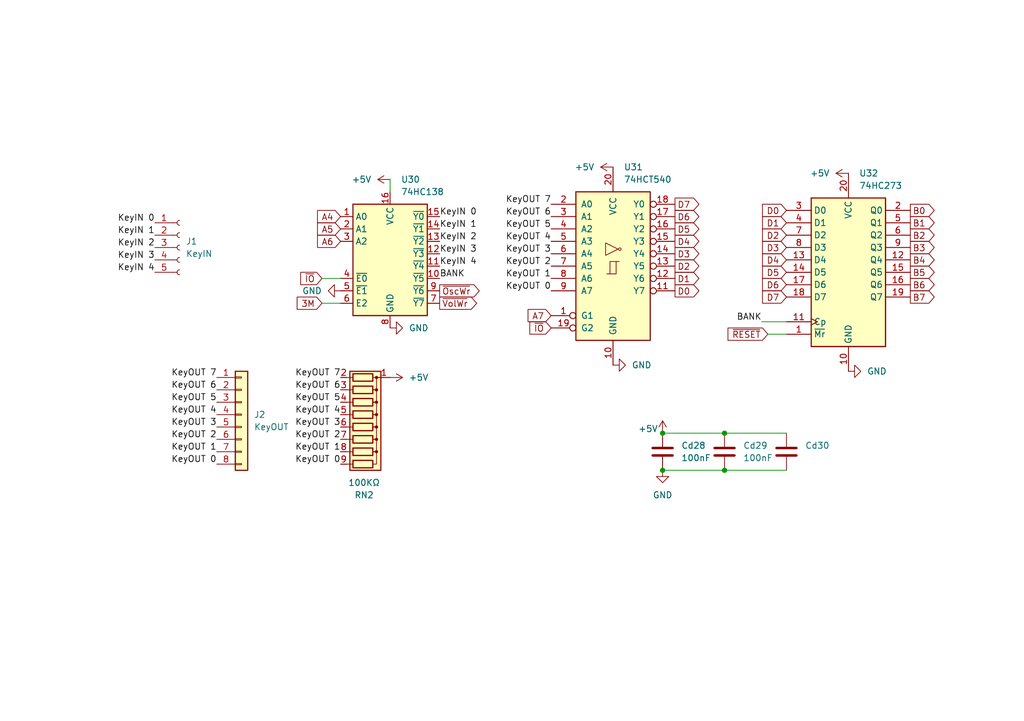
<source format=kicad_sch>
(kicad_sch (version 20230121) (generator eeschema)
  (paper "A5")
  (title_block (title "I/O"))
  (lib_symbols
    (symbol "74xx:74AHC273"
      (property "Reference" "U" (at -7.62 16.51 0))
      (property "Value" "74AHC273" (at -7.62 -16.51 0))
      (symbol "74AHC273_1_0"
        (pin input line (at -12.7 -12.7 0) (length 5.08) (name "~{Mr}") (number "1"))
        (pin power_in line (at 0 -20.32 90) (length 5.08) (name "GND") (number "10"))
        (pin input clock (at -12.7 -10.16 0) (length 5.08) (name "Cp") (number "11"))
        (pin output line (at 12.7 2.54 180) (length 5.08) (name "Q4") (number "12"))
        (pin input line (at -12.7 2.54 0) (length 5.08) (name "D4") (number "13"))
        (pin input line (at -12.7 0 0) (length 5.08) (name "D5") (number "14"))
        (pin output line (at 12.7 0 180) (length 5.08) (name "Q5") (number "15"))
        (pin output line (at 12.7 -2.54 180) (length 5.08) (name "Q6") (number "16"))
        (pin input line (at -12.7 -2.54 0) (length 5.08) (name "D6") (number "17"))
        (pin input line (at -12.7 -5.08 0) (length 5.08) (name "D7") (number "18"))
        (pin output line (at 12.7 -5.08 180) (length 5.08) (name "Q7") (number "19"))
        (pin output line (at 12.7 12.7 180) (length 5.08) (name "Q0") (number "2"))
        (pin power_in line (at 0 20.32 270) (length 5.08) (name "VCC") (number "20"))
        (pin input line (at -12.7 12.7 0) (length 5.08) (name "D0") (number "3"))
        (pin input line (at -12.7 10.16 0) (length 5.08) (name "D1") (number "4"))
        (pin output line (at 12.7 10.16 180) (length 5.08) (name "Q1") (number "5"))
        (pin output line (at 12.7 7.62 180) (length 5.08) (name "Q2") (number "6"))
        (pin input line (at -12.7 7.62 0) (length 5.08) (name "D2") (number "7"))
        (pin input line (at -12.7 5.08 0) (length 5.08) (name "D3") (number "8"))
        (pin output line (at 12.7 5.08 180) (length 5.08) (name "Q3") (number "9"))
      )
      (symbol "74AHC273_1_1"
        (rectangle (start -7.62 15.24) (end 7.62 -15.24) (stroke (width 0.254)) (fill (type background)))
      )
    )
    (symbol "74xx:74HC138"
      (property "Reference" "U" (at -7.62 13.97 0))
      (property "Value" "74HC138" (at 2.54 -11.43 0))
      (symbol "74HC138_0_1"
        (rectangle (start -7.62 12.7) (end 7.62 -10.16) (stroke (width 0.254)) (fill (type background)))
      )
      (symbol "74HC138_1_1"
        (pin input line (at -10.16 10.16 0) (length 2.54) (name "A0") (number "1"))
        (pin output line (at 10.16 -2.54 180) (length 2.54) (name "~{Y5}") (number "10"))
        (pin output line (at 10.16 0 180) (length 2.54) (name "~{Y4}") (number "11"))
        (pin output line (at 10.16 2.54 180) (length 2.54) (name "~{Y3}") (number "12"))
        (pin output line (at 10.16 5.08 180) (length 2.54) (name "~{Y2}") (number "13"))
        (pin output line (at 10.16 7.62 180) (length 2.54) (name "~{Y1}") (number "14"))
        (pin output line (at 10.16 10.16 180) (length 2.54) (name "~{Y0}") (number "15"))
        (pin power_in line (at 0 15.24 270) (length 2.54) (name "VCC") (number "16"))
        (pin input line (at -10.16 7.62 0) (length 2.54) (name "A1") (number "2"))
        (pin input line (at -10.16 5.08 0) (length 2.54) (name "A2") (number "3"))
        (pin input line (at -10.16 -2.54 0) (length 2.54) (name "~{E0}") (number "4"))
        (pin input line (at -10.16 -5.08 0) (length 2.54) (name "~{E1}") (number "5"))
        (pin input line (at -10.16 -7.62 0) (length 2.54) (name "E2") (number "6"))
        (pin output line (at 10.16 -7.62 180) (length 2.54) (name "~{Y7}") (number "7"))
        (pin power_in line (at 0 -12.7 90) (length 2.54) (name "GND") (number "8"))
        (pin output line (at 10.16 -5.08 180) (length 2.54) (name "~{Y6}") (number "9"))
      )
    )
    (symbol "74xx:74LS540" (pin_names (offset 1.016))
      (property "Reference" "U" (at -7.62 16.51 0))
      (property "Value" "74LS540" (at -7.62 -16.51 0))
      (symbol "74LS540_1_0"
        (polyline (pts (xy -0.635 -1.6002) (xy -0.635 0.9398) (xy 0.635 0.9398)))
        (polyline (pts (xy -1.27 -1.6002) (xy 0.635 -1.6002) (xy 0.635 0.9398) (xy 1.27 0.9398)))
        (polyline (pts (xy 1.016 3.4798) (xy -1.524 4.7498) (xy -1.524 2.2098) (xy 1.016 3.4798)) (stroke (width 0.1524)))
        (circle (center 1.397 3.4798) (radius 0.254) (stroke (width 0.1524)))
        (pin input inverted (at -12.7 -10.16 0) (length 5.08) (name "G1") (number "1"))
        (pin power_in line (at 0 -20.32 90) (length 5.08) (name "GND") (number "10"))
        (pin tri_state inverted (at 12.7 -5.08 180) (length 5.08) (name "Y7") (number "11"))
        (pin tri_state inverted (at 12.7 -2.54 180) (length 5.08) (name "Y6") (number "12"))
        (pin tri_state inverted (at 12.7 0 180) (length 5.08) (name "Y5") (number "13"))
        (pin tri_state inverted (at 12.7 2.54 180) (length 5.08) (name "Y4") (number "14"))
        (pin tri_state inverted (at 12.7 5.08 180) (length 5.08) (name "Y3") (number "15"))
        (pin tri_state inverted (at 12.7 7.62 180) (length 5.08) (name "Y2") (number "16"))
        (pin tri_state inverted (at 12.7 10.16 180) (length 5.08) (name "Y1") (number "17"))
        (pin tri_state inverted (at 12.7 12.7 180) (length 5.08) (name "Y0") (number "18"))
        (pin input inverted (at -12.7 -12.7 0) (length 5.08) (name "G2") (number "19"))
        (pin input line (at -12.7 12.7 0) (length 5.08) (name "A0") (number "2"))
        (pin power_in line (at 0 20.32 270) (length 5.08) (name "VCC") (number "20"))
        (pin input line (at -12.7 10.16 0) (length 5.08) (name "A1") (number "3"))
        (pin input line (at -12.7 7.62 0) (length 5.08) (name "A2") (number "4"))
        (pin input line (at -12.7 5.08 0) (length 5.08) (name "A3") (number "5"))
        (pin input line (at -12.7 2.54 0) (length 5.08) (name "A4") (number "6"))
        (pin input line (at -12.7 0 0) (length 5.08) (name "A5") (number "7"))
        (pin input line (at -12.7 -2.54 0) (length 5.08) (name "A6") (number "8"))
        (pin input line (at -12.7 -5.08 0) (length 5.08) (name "A7") (number "9"))
      )
      (symbol "74LS540_1_1"
        (rectangle (start -7.62 15.24) (end 7.62 -15.24) (stroke (width 0.254)) (fill (type background)))
      )
    )
    (symbol "Connector:Conn_01x05_Socket" (pin_names (offset 1.016) hide)
      (property "Reference" "J" (at 0 7.62 0))
      (property "Value" "Conn_01x05_Socket" (at 0 -7.62 0))
      (symbol "Conn_01x05_Socket_1_1"
        (arc (start 0 -4.572) (mid -0.5058 -5.08) (end 0 -5.588) (stroke (width 0.1524)))
        (arc (start 0 -2.032) (mid -0.5058 -2.54) (end 0 -3.048) (stroke (width 0.1524)))
        (polyline (pts (xy -1.27 -5.08) (xy -0.508 -5.08)) (stroke (width 0.1524)))
        (polyline (pts (xy -1.27 -2.54) (xy -0.508 -2.54)) (stroke (width 0.1524)))
        (polyline (pts (xy -1.27 0) (xy -0.508 0)) (stroke (width 0.1524)))
        (polyline (pts (xy -1.27 2.54) (xy -0.508 2.54)) (stroke (width 0.1524)))
        (polyline (pts (xy -1.27 5.08) (xy -0.508 5.08)) (stroke (width 0.1524)))
        (arc (start 0 0.508) (mid -0.5058 0) (end 0 -0.508) (stroke (width 0.1524)))
        (arc (start 0 3.048) (mid -0.5058 2.54) (end 0 2.032) (stroke (width 0.1524)))
        (arc (start 0 5.588) (mid -0.5058 5.08) (end 0 4.572) (stroke (width 0.1524)))
        (pin passive line (at -5.08 5.08 0) (length 3.81) (name "Pin_1") (number "1"))
        (pin passive line (at -5.08 2.54 0) (length 3.81) (name "Pin_2") (number "2"))
        (pin passive line (at -5.08 0 0) (length 3.81) (name "Pin_3") (number "3"))
        (pin passive line (at -5.08 -2.54 0) (length 3.81) (name "Pin_4") (number "4"))
        (pin passive line (at -5.08 -5.08 0) (length 3.81) (name "Pin_5") (number "5"))
      )
    )
    (symbol "Connector_Generic:Conn_01x08" (pin_names (offset 1.016) hide)
      (property "Reference" "J" (at 0 10.16 0))
      (property "Value" "Conn_01x08" (at 0 -12.7 0))
      (symbol "Conn_01x08_1_1"
        (rectangle (start -1.27 -10.033) (end 0 -10.287) (stroke (width 0.1524)))
        (rectangle (start -1.27 -7.493) (end 0 -7.747) (stroke (width 0.1524)))
        (rectangle (start -1.27 -4.953) (end 0 -5.207) (stroke (width 0.1524)))
        (rectangle (start -1.27 -2.413) (end 0 -2.667) (stroke (width 0.1524)))
        (rectangle (start -1.27 0.127) (end 0 -0.127) (stroke (width 0.1524)))
        (rectangle (start -1.27 2.667) (end 0 2.413) (stroke (width 0.1524)))
        (rectangle (start -1.27 5.207) (end 0 4.953) (stroke (width 0.1524)))
        (rectangle (start -1.27 7.747) (end 0 7.493) (stroke (width 0.1524)))
        (rectangle (start -1.27 8.89) (end 1.27 -11.43) (stroke (width 0.254)) (fill (type background)))
        (pin passive line (at -5.08 7.62 0) (length 3.81) (name "Pin_1") (number "1"))
        (pin passive line (at -5.08 5.08 0) (length 3.81) (name "Pin_2") (number "2"))
        (pin passive line (at -5.08 2.54 0) (length 3.81) (name "Pin_3") (number "3"))
        (pin passive line (at -5.08 0 0) (length 3.81) (name "Pin_4") (number "4"))
        (pin passive line (at -5.08 -2.54 0) (length 3.81) (name "Pin_5") (number "5"))
        (pin passive line (at -5.08 -5.08 0) (length 3.81) (name "Pin_6") (number "6"))
        (pin passive line (at -5.08 -7.62 0) (length 3.81) (name "Pin_7") (number "7"))
        (pin passive line (at -5.08 -10.16 0) (length 3.81) (name "Pin_8") (number "8"))
      )
    )
    (symbol "Device:C" (pin_numbers hide) (pin_names (offset 0.254))
      (property "Reference" "C" (at 0.635 2.54 0))
      (property "Value" "C" (at 0.635 -2.54 0))
      (symbol "C_0_1"
        (polyline (pts (xy -2.032 -0.762) (xy 2.032 -0.762)) (stroke (width 0.508)))
        (polyline (pts (xy -2.032 0.762) (xy 2.032 0.762)) (stroke (width 0.508)))
      )
      (symbol "C_1_1"
        (pin passive line (at 0 3.81 270) (length 2.794) (name "~") (number "1"))
        (pin passive line (at 0 -3.81 90) (length 2.794) (name "~") (number "2"))
      )
    )
    (symbol "Device:R_Network08" (pin_names (offset 0) hide)
      (property "Reference" "RN" (at -12.7 0 90))
      (property "Value" "R_Network08" (at 10.16 0 90))
      (symbol "R_Network08_0_1"
        (rectangle (start -11.43 -3.175) (end 8.89 3.175) (stroke (width 0.254)) (fill (type background)))
        (rectangle (start -10.922 1.524) (end -9.398 -2.54) (stroke (width 0.254)))
        (circle (center -10.16 2.286) (radius 0.254) (fill (type outline)))
        (rectangle (start -8.382 1.524) (end -6.858 -2.54) (stroke (width 0.254)))
        (circle (center -7.62 2.286) (radius 0.254) (fill (type outline)))
        (rectangle (start -5.842 1.524) (end -4.318 -2.54) (stroke (width 0.254)))
        (circle (center -5.08 2.286) (radius 0.254) (fill (type outline)))
        (rectangle (start -3.302 1.524) (end -1.778 -2.54) (stroke (width 0.254)))
        (circle (center -2.54 2.286) (radius 0.254) (fill (type outline)))
        (rectangle (start -0.762 1.524) (end 0.762 -2.54) (stroke (width 0.254)))
        (polyline (pts (xy -10.16 -2.54) (xy -10.16 -3.81)))
        (polyline (pts (xy -7.62 -2.54) (xy -7.62 -3.81)))
        (polyline (pts (xy -5.08 -2.54) (xy -5.08 -3.81)))
        (polyline (pts (xy -2.54 -2.54) (xy -2.54 -3.81)))
        (polyline (pts (xy 0 -2.54) (xy 0 -3.81)))
        (polyline (pts (xy 2.54 -2.54) (xy 2.54 -3.81)))
        (polyline (pts (xy 5.08 -2.54) (xy 5.08 -3.81)))
        (polyline (pts (xy 7.62 -2.54) (xy 7.62 -3.81)))
        (polyline (pts (xy -10.16 1.524) (xy -10.16 2.286) (xy -7.62 2.286) (xy -7.62 1.524)))
        (polyline (pts (xy -7.62 1.524) (xy -7.62 2.286) (xy -5.08 2.286) (xy -5.08 1.524)))
        (polyline (pts (xy -5.08 1.524) (xy -5.08 2.286) (xy -2.54 2.286) (xy -2.54 1.524)))
        (polyline (pts (xy -2.54 1.524) (xy -2.54 2.286) (xy 0 2.286) (xy 0 1.524)))
        (polyline (pts (xy 0 1.524) (xy 0 2.286) (xy 2.54 2.286) (xy 2.54 1.524)))
        (polyline (pts (xy 2.54 1.524) (xy 2.54 2.286) (xy 5.08 2.286) (xy 5.08 1.524)))
        (polyline (pts (xy 5.08 1.524) (xy 5.08 2.286) (xy 7.62 2.286) (xy 7.62 1.524)))
        (circle (center 0 2.286) (radius 0.254) (fill (type outline)))
        (rectangle (start 1.778 1.524) (end 3.302 -2.54) (stroke (width 0.254)))
        (circle (center 2.54 2.286) (radius 0.254) (fill (type outline)))
        (rectangle (start 4.318 1.524) (end 5.842 -2.54) (stroke (width 0.254)))
        (circle (center 5.08 2.286) (radius 0.254) (fill (type outline)))
        (rectangle (start 6.858 1.524) (end 8.382 -2.54) (stroke (width 0.254)))
      )
      (symbol "R_Network08_1_1"
        (pin passive line (at -10.16 5.08 270) (length 2.54) (name "common") (number "1"))
        (pin passive line (at -10.16 -5.08 90) (length 1.27) (name "R1") (number "2"))
        (pin passive line (at -7.62 -5.08 90) (length 1.27) (name "R2") (number "3"))
        (pin passive line (at -5.08 -5.08 90) (length 1.27) (name "R3") (number "4"))
        (pin passive line (at -2.54 -5.08 90) (length 1.27) (name "R4") (number "5"))
        (pin passive line (at 0 -5.08 90) (length 1.27) (name "R5") (number "6"))
        (pin passive line (at 2.54 -5.08 90) (length 1.27) (name "R6") (number "7"))
        (pin passive line (at 5.08 -5.08 90) (length 1.27) (name "R7") (number "8"))
        (pin passive line (at 7.62 -5.08 90) (length 1.27) (name "R8") (number "9"))
      )
    )
    (symbol "power:+5V" (power) (pin_names (offset 0))
      (property "Value" "+5V" (at 0 3.556 0))
      (symbol "+5V_0_1"
        (polyline (pts (xy -0.762 1.27) (xy 0 2.54)))
        (polyline (pts (xy 0 0) (xy 0 2.54)))
        (polyline (pts (xy 0 2.54) (xy 0.762 1.27)))
      )
      (symbol "+5V_1_1"
        (pin power_in line (at 0 0 90) (length 0) hide (name "+5V") (number "1"))
      )
    )
    (symbol "power:GND" (power) (pin_names (offset 0))
      (property "Value" "GND" (at 0 -3.81 0))
      (symbol "GND_0_1"
        (polyline (pts (xy 0 0) (xy 0 -1.27) (xy 1.27 -1.27) (xy 0 -2.54) (xy -1.27 -1.27) (xy 0 -1.27)))
      )
      (symbol "GND_1_1"
        (pin power_in line (at 0 0 270) (length 0) hide (name "GND") (number "1"))
      )
    )
  )
  (junction (at 148.59 88.9))
  (junction (at 135.89 96.52))
  (junction (at 135.89 88.9))
  (junction (at 148.59 96.52))
  (wire (pts (xy 80.01 36.83) (xy 80.01 39.37)))
  (wire (pts (xy 135.89 96.52) (xy 148.59 96.52)))
  (wire (pts (xy 148.59 88.9) (xy 161.29 88.9)))
  (wire (pts (xy 66.04 57.15) (xy 69.85 57.15)))
  (wire (pts (xy 66.04 62.23) (xy 69.85 62.23)))
  (wire (pts (xy 157.48 68.58) (xy 161.29 68.58)))
  (wire (pts (xy 148.59 96.52) (xy 161.29 96.52)))
  (wire (pts (xy 135.89 88.9) (xy 148.59 88.9)))
  (wire (pts (xy 156.21 66.04) (xy 161.29 66.04)))
  (label "KeyOUT 2" (at 69.85 90.17 180))
  (label "KeyIN 1" (at 31.75 48.26 180))
  (label "KeyIN 3" (at 31.75 53.34 180))
  (label "KeyIN 4" (at 31.75 55.88 180))
  (label "KeyIN 3" (at 90.17 52.07 0))
  (label "KeyIN 4" (at 90.17 54.61 0))
  (label "KeyOUT 7" (at 69.85 77.47 180))
  (label "KeyOUT 0" (at 113.03 59.69 180))
  (label "KeyIN 2" (at 90.17 49.53 0))
  (label "KeyOUT 2" (at 113.03 54.61 180))
  (label "KeyOUT 1" (at 44.45 92.71 180))
  (label "KeyOUT 1" (at 113.03 57.15 180))
  (label "KeyOUT 2" (at 44.45 90.17 180))
  (label "KeyOUT 4" (at 44.45 85.09 180))
  (label "KeyOUT 3" (at 44.45 87.63 180))
  (label "KeyIN 2" (at 31.75 50.8 180))
  (label "KeyOUT 3" (at 69.85 87.63 180))
  (label "BANK" (at 90.17 57.15 0))
  (label "KeyOUT 4" (at 113.03 49.53 180))
  (label "KeyOUT 6" (at 69.85 80.01 180))
  (label "KeyOUT 5" (at 69.85 82.55 180))
  (label "KeyOUT 0" (at 69.85 95.25 180))
  (label "KeyOUT 0" (at 44.45 95.25 180))
  (label "KeyOUT 1" (at 69.85 92.71 180))
  (label "KeyOUT 4" (at 69.85 85.09 180))
  (label "KeyOUT 5" (at 113.03 46.99 180))
  (label "KeyIN 1" (at 90.17 46.99 0))
  (label "KeyOUT 6" (at 113.03 44.45 180))
  (label "KeyOUT 6" (at 44.45 80.01 180))
  (label "KeyOUT 7" (at 44.45 77.47 180))
  (label "KeyIN 0" (at 90.17 44.45 0))
  (label "KeyOUT 3" (at 113.03 52.07 180))
  (label "KeyOUT 5" (at 44.45 82.55 180))
  (label "BANK" (at 156.21 66.04 180))
  (label "KeyOUT 7" (at 113.03 41.91 180))
  (label "KeyIN 0" (at 31.75 45.72 180))
  (global_label "~{IO}" (shape input) (at 113.03 67.31 180) (property "Intersheetrefs" "${INTERSHEET_REFS}" (effects hide)))
  (global_label "D1" (shape input) (at 161.29 45.72 180) (property "Intersheetrefs" "${INTERSHEET_REFS}" (effects hide)))
  (global_label "D0" (shape input) (at 161.29 43.18 180) (property "Intersheetrefs" "${INTERSHEET_REFS}" (effects hide)))
  (global_label "D3" (shape input) (at 161.29 50.8 180) (property "Intersheetrefs" "${INTERSHEET_REFS}" (effects hide)))
  (global_label "D6" (shape input) (at 161.29 58.42 180) (property "Intersheetrefs" "${INTERSHEET_REFS}" (effects hide)))
  (global_label "A7" (shape input) (at 113.03 64.77 180) (property "Intersheetrefs" "${INTERSHEET_REFS}" (effects hide)))
  (global_label "~{RESET}" (shape input) (at 157.48 68.58 180) (property "Intersheetrefs" "${INTERSHEET_REFS}" (effects hide)))
  (global_label "D2" (shape input) (at 161.29 48.26 180) (property "Intersheetrefs" "${INTERSHEET_REFS}" (effects hide)))
  (global_label "~{IO}" (shape input) (at 66.04 57.15 180) (property "Intersheetrefs" "${INTERSHEET_REFS}" (effects hide)))
  (global_label "D5" (shape input) (at 161.29 55.88 180) (property "Intersheetrefs" "${INTERSHEET_REFS}" (effects hide)))
  (global_label "B3" (shape output) (at 186.69 50.8 0) (property "Intersheetrefs" "${INTERSHEET_REFS}" (effects hide)))
  (global_label "B2" (shape output) (at 186.69 48.26 0) (property "Intersheetrefs" "${INTERSHEET_REFS}" (effects hide)))
  (global_label "B4" (shape output) (at 186.69 53.34 0) (property "Intersheetrefs" "${INTERSHEET_REFS}" (effects hide)))
  (global_label "B7" (shape output) (at 186.69 60.96 0) (property "Intersheetrefs" "${INTERSHEET_REFS}" (effects hide)))
  (global_label "D7" (shape output) (at 138.43 41.91 0) (property "Intersheetrefs" "${INTERSHEET_REFS}" (effects hide)))
  (global_label "B6" (shape output) (at 186.69 58.42 0) (property "Intersheetrefs" "${INTERSHEET_REFS}" (effects hide)))
  (global_label "D6" (shape output) (at 138.43 44.45 0) (property "Intersheetrefs" "${INTERSHEET_REFS}" (effects hide)))
  (global_label "A6" (shape input) (at 69.85 49.53 180) (property "Intersheetrefs" "${INTERSHEET_REFS}" (effects hide)))
  (global_label "D5" (shape output) (at 138.43 46.99 0) (property "Intersheetrefs" "${INTERSHEET_REFS}" (effects hide)))
  (global_label "D4" (shape output) (at 138.43 49.53 0) (property "Intersheetrefs" "${INTERSHEET_REFS}" (effects hide)))
  (global_label "D2" (shape output) (at 138.43 54.61 0) (property "Intersheetrefs" "${INTERSHEET_REFS}" (effects hide)))
  (global_label "D3" (shape output) (at 138.43 52.07 0) (property "Intersheetrefs" "${INTERSHEET_REFS}" (effects hide)))
  (global_label "A5" (shape input) (at 69.85 46.99 180) (property "Intersheetrefs" "${INTERSHEET_REFS}" (effects hide)))
  (global_label "3M" (shape input) (at 66.04 62.23 180) (property "Intersheetrefs" "${INTERSHEET_REFS}" (effects hide)))
  (global_label "B5" (shape output) (at 186.69 55.88 0) (property "Intersheetrefs" "${INTERSHEET_REFS}" (effects hide)))
  (global_label "B0" (shape output) (at 186.69 43.18 0) (property "Intersheetrefs" "${INTERSHEET_REFS}" (effects hide)))
  (global_label "~{VolWr}" (shape output) (at 90.17 62.23 0) (property "Intersheetrefs" "${INTERSHEET_REFS}" (effects hide)))
  (global_label "B1" (shape output) (at 186.69 45.72 0) (property "Intersheetrefs" "${INTERSHEET_REFS}" (effects hide)))
  (global_label "~{OscWr}" (shape output) (at 90.17 59.69 0) (property "Intersheetrefs" "${INTERSHEET_REFS}" (effects hide)))
  (global_label "D4" (shape input) (at 161.29 53.34 180) (property "Intersheetrefs" "${INTERSHEET_REFS}" (effects hide)))
  (global_label "A4" (shape input) (at 69.85 44.45 180) (property "Intersheetrefs" "${INTERSHEET_REFS}" (effects hide)))
  (global_label "D0" (shape output) (at 138.43 59.69 0) (property "Intersheetrefs" "${INTERSHEET_REFS}" (effects hide)))
  (global_label "D7" (shape input) (at 161.29 60.96 180) (property "Intersheetrefs" "${INTERSHEET_REFS}" (effects hide)))
  (global_label "D1" (shape output) (at 138.43 57.15 0) (property "Intersheetrefs" "${INTERSHEET_REFS}" (effects hide)))
  (symbol (lib_id "power:GND") (at 69.85 59.69 270) (unit 1)
    (property "Reference" "#PWR0130" (effects hide))
    (property "Value" "GND" (at 66.04 59.69 90) (effects (justify right)))
  )
  (symbol (lib_id "74xx:74LS540") (at 125.73 54.61 0) (unit 1)
    (property "Reference" "U31" (at 127.9241 34.29 0) (effects (justify left)))
    (property "Value" "74HCT540" (at 127.9241 36.83 0) (effects (justify left)))
    (property "Footprint" "PCM_Package_DIP_AKL:DIP-20_W7.62mm_Socket_LongPads" (effects hide))
    (property "Datasheet" "http://www.ti.com/lit/gpn/sn74LS540" (effects hide))
  )
  (symbol (lib_id "power:GND") (at 135.89 96.52 0) (unit 1)
    (property "Reference" "#PWR0138" (effects hide))
    (property "Value" "GND" (at 135.89 101.6 0))
  )
  (symbol (lib_id "power:+5V") (at 80.01 77.47 270) (unit 1)
    (property "Reference" "#PWR0134" (effects hide))
    (property "Value" "+5V" (at 83.82 77.47 90) (effects (justify left)))
  )
  (symbol (lib_id "power:GND") (at 173.99 76.2 90) (unit 1)
    (property "Reference" "#PWR0140" (effects hide))
    (property "Value" "GND" (at 177.8 76.2 90) (effects (justify right)))
  )
  (symbol (lib_id "power:+5V") (at 173.99 35.56 90) (unit 1)
    (property "Reference" "#PWR0139" (effects hide))
    (property "Value" "+5V" (at 170.18 35.56 90) (effects (justify left)))
  )
  (symbol (lib_id "Device:C") (at 161.29 92.71 0) (unit 1)
    (property "Reference" "Cd30" (at 165.1 91.44 0) (effects (justify left)))
    (property "Value" "100nF" (effects hide))
    (property "Footprint" "Capacitor_THT:C_Disc_D3.0mm_W2.0mm_P2.50mm" (effects hide))
  )
  (symbol (lib_id "power:+5V") (at 135.89 88.9 0) (unit 1)
    (property "Reference" "#PWR0137" (effects hide))
    (property "Value" "+5V" (at 132.9051 88.0061 0))
  )
  (symbol (lib_id "Device:C") (at 148.59 92.71 0) (unit 1)
    (property "Reference" "Cd29" (at 152.4 91.44 0) (effects (justify left)))
    (property "Value" "100nF" (at 152.4 93.98 0) (effects (justify left)))
    (property "Footprint" "Capacitor_THT:C_Disc_D3.0mm_W2.0mm_P2.50mm" (effects hide))
  )
  (symbol (lib_id "Device:R_Network08") (at 74.93 87.63 270) (unit 1)
    (property "Reference" "RN2" (at 74.676 101.6 90))
    (property "Value" "100KΩ" (at 74.676 99.06 90))
    (property "Footprint" "Resistor_THT:R_Array_SIP9" (effects hide))
    (property "Datasheet" "http://www.vishay.com/docs/31509/csc.pdf" (effects hide))
  )
  (symbol (lib_id "74xx:74HC138") (at 80.01 54.61 0) (unit 1)
    (property "Reference" "U30" (at 82.2041 36.83 0) (effects (justify left)))
    (property "Value" "74HC138" (at 82.2041 39.37 0) (effects (justify left)))
    (property "Footprint" "PCM_Package_DIP_AKL:DIP-16_W7.62mm_Socket_LongPads" (effects hide))
    (property "Datasheet" "http://www.ti.com/lit/ds/symlink/cd74hc238.pdf" (effects hide))
  )
  (symbol (lib_id "Connector:Conn_01x05_Socket") (at 36.83 50.8 0) (unit 1)
    (property "Reference" "J1" (at 38.1 49.53 0) (effects (justify left)))
    (property "Value" "KeyIN" (at 38.1 52.07 0) (effects (justify left)))
    (property "Footprint" "Connector_PinSocket_2.54mm:PinSocket_1x05_P2.54mm_Vertical" (effects hide))
  )
  (symbol (lib_id "power:GND") (at 80.01 67.31 90) (unit 1)
    (property "Reference" "#PWR0133" (effects hide))
    (property "Value" "GND" (at 83.82 67.31 90) (effects (justify right)))
  )
  (symbol (lib_id "74xx:74AHC273") (at 173.99 55.88 0) (unit 1)
    (property "Reference" "U32" (at 176.1841 35.56 0) (effects (justify left)))
    (property "Value" "74HC273" (at 176.1841 38.1 0) (effects (justify left)))
    (property "Footprint" "PCM_Package_DIP_AKL:DIP-20_W7.62mm_Socket_LongPads" (effects hide))
    (property "Datasheet" "https://assets.nexperia.com/documents/data-sheet/74AHC_AHCT273.pdf" (effects hide))
  )
  (symbol (lib_id "power:GND") (at 125.73 74.93 90) (unit 1)
    (property "Reference" "#PWR0136" (effects hide))
    (property "Value" "GND" (at 129.54 74.93 90) (effects (justify right)))
  )
  (symbol (lib_id "Device:C") (at 135.89 92.71 0) (unit 1)
    (property "Reference" "Cd28" (at 139.7 91.44 0) (effects (justify left)))
    (property "Value" "100nF" (at 139.7 93.98 0) (effects (justify left)))
    (property "Footprint" "Capacitor_THT:C_Disc_D3.0mm_W2.0mm_P2.50mm" (effects hide))
  )
  (symbol (lib_id "power:+5V") (at 80.01 36.83 90) (unit 1)
    (property "Reference" "#PWR0132" (effects hide))
    (property "Value" "+5V" (at 76.2 36.83 90) (effects (justify left)))
  )
  (symbol (lib_id "power:+5V") (at 125.73 34.29 90) (unit 1)
    (property "Reference" "#PWR0135" (effects hide))
    (property "Value" "+5V" (at 121.92 34.29 90) (effects (justify left)))
  )
  (symbol (lib_id "Connector_Generic:Conn_01x08") (at 49.53 85.09 0) (unit 1)
    (property "Reference" "J2" (at 52.07 85.09 0) (effects (justify left)))
    (property "Value" "KeyOUT" (at 52.07 87.63 0) (effects (justify left)))
    (property "Footprint" "Connector_PinHeader_2.54mm:PinHeader_1x08_P2.54mm_Vertical" (effects hide))
  )
)
</source>
